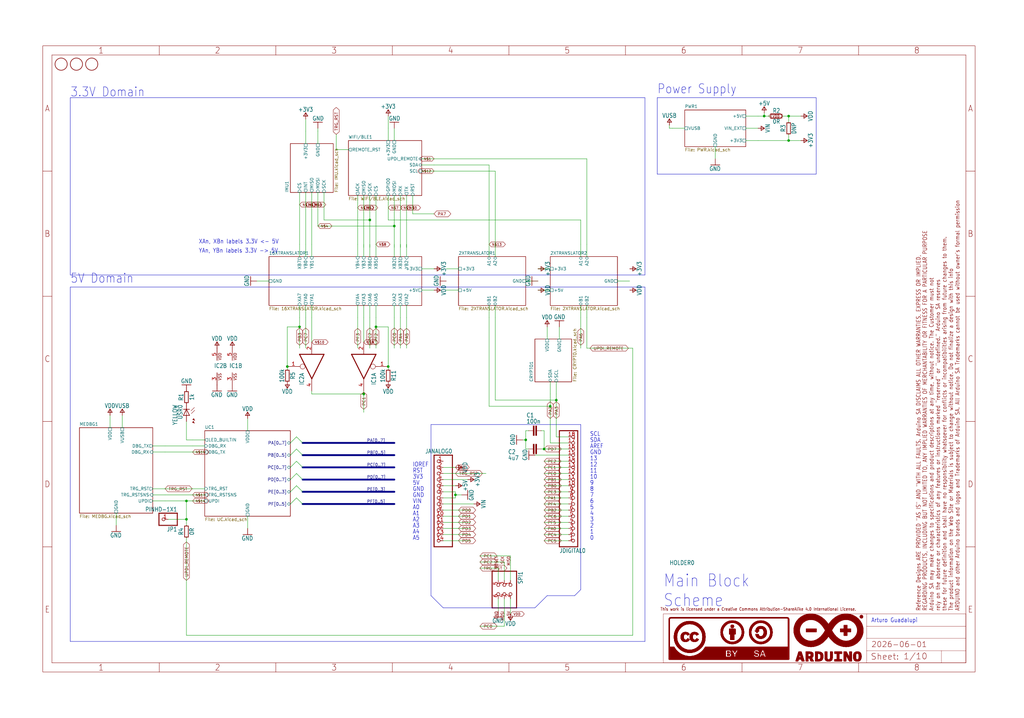
<source format=kicad_sch>
(kicad_sch (version 20250114) (generator "eeschema") (generator_version "9.0")
  (paper "User" 425.45 298.602)
  (lib_symbols
    (symbol "UNOWiFiREV2V4.0-eagle-import:+3V3" (power)
      (symbol "+3V3_1_0"
        (pin power_in line (at 0 -2.54 90) (length 2.54) (name "+3V3") (number "1"))
      )
    )
    (symbol "UNOWiFiREV2V4.0-eagle-import:+5V" (power)
      (symbol "+5V_1_0"
        (pin power_in line (at 0 -2.54 90) (length 2.54) (name "+5V") (number "1"))
      )
    )
    (symbol "UNOWiFiREV2V4.0-eagle-import:A3-FRAME"
      (symbol "A3-FRAME_1_0"
        (text "A" (at 1.905 234.315 0) (effects (font (size 2.54 2.286))))
        (text "B" (at 1.905 182.245 0) (effects (font (size 2.54 2.286))))
        (text "C" (at 1.905 130.175 0) (effects (font (size 2.54 2.286))))
        (text "D" (at 1.905 78.105 0) (effects (font (size 2.54 2.286))))
        (text "E" (at 1.905 26.035 0) (effects (font (size 2.54 2.286))))
        (text "1" (at 24.2094 258.445 0) (effects (font (size 2.54 2.286))))
        (text "1" (at 24.2094 1.905 0) (effects (font (size 2.54 2.286))))
        (text "2" (at 72.6281 258.445 0) (effects (font (size 2.54 2.286))))
        (text "2" (at 72.6281 1.905 0) (effects (font (size 2.54 2.286))))
        (text "3" (at 121.0469 258.445 0) (effects (font (size 2.54 2.286))))
        (text "3" (at 121.0469 1.905 0) (effects (font (size 2.54 2.286))))
        (text "4" (at 169.4656 258.445 0) (effects (font (size 2.54 2.286))))
        (text "4" (at 169.4656 1.905 0) (effects (font (size 2.54 2.286))))
        (text "5" (at 217.8844 258.445 0) (effects (font (size 2.54 2.286))))
        (text "5" (at 217.8844 1.905 0) (effects (font (size 2.54 2.286))))
        (text "This work is licensed under a Creative Commons Attribution-ShareAlike 4.0 International License." (at 256.54 25.4 0) (effects (font (size 1.27 1.0795)) (justify left bottom)))
        (text "6" (at 266.3031 258.445 0) (effects (font (size 2.54 2.286))))
        (text "6" (at 266.3031 1.905 0) (effects (font (size 2.54 2.286))))
        (text "7" (at 314.7219 258.445 0) (effects (font (size 2.54 2.286))))
        (text "7" (at 314.7219 1.905 0) (effects (font (size 2.54 2.286))))
        (text "Sheet:" (at 343.916 4.953 0) (effects (font (size 2.54 2.54)) (justify left bottom)))
        (text "${PROJECTNAME}" (at 344.17 15.24 0) (effects (font (size 2.54 2.54)) (justify left bottom)))
        (text "${CURRENT_DATE}" (at 344.17 10.16 0) (effects (font (size 2.286 2.286)) (justify left bottom)))
        (text "${#}/${##}" (at 357.505 5.08 0) (effects (font (size 2.54 2.54)) (justify left bottom)))
        (text "8" (at 363.1406 258.445 0) (effects (font (size 2.54 2.286))))
        (text "8" (at 363.1406 1.905 0) (effects (font (size 2.54 2.286))))
        (text "Reference Designs ARE PROVIDED \"AS IS\" AND \"WITH ALL FAULTS. Arduino SA DISCLAIMS ALL OTHER WARRANTIES, EXPRESS OR IMPLIED,\nREGARDING PRODUCTS, INCLUDING BUT NOT LIMITED TO, ANY IMPLIED WARRANTIES OF MERCHANTABILITY OR FITNESS FOR A PARTICULAR PURPOSE\nArduino SA may make changes to specifications and product descriptions at any time, without notice. The Customer must not\nrely on the absence or characteristics of any features or instructions marked \"reserved\" or \"undefined.\" Arduino SA reserves\nthese for future definition and shall have no responsibility whatsoever for conflicts or incompatibilities arising from future changes to them.\nThe product information on the Web Site or Materials is subject to change without notice. Do not finalize a design with this info\nARDUINO and other Arduino brands and logos and Trademarks of Arduino SA. All Arduino SA Trademarks cannot be used without owner's formal permission" (at 381 25.4 900) (effects (font (size 1.6764 1.4249)) (justify left bottom)))
        (text "A" (at 385.445 234.315 0) (effects (font (size 2.54 2.286))))
        (text "B" (at 385.445 182.245 0) (effects (font (size 2.54 2.286))))
        (text "C" (at 385.445 130.175 0) (effects (font (size 2.54 2.286))))
        (text "D" (at 385.445 78.105 0) (effects (font (size 2.54 2.286))))
        (text "E" (at 385.445 26.035 0) (effects (font (size 2.54 2.286))))
      )
    )
    (symbol "UNOWiFiREV2V4.0-eagle-import:C-0402"
      (property "Reference" "C" (at 1.524 1.651 0))
      (symbol "C-0402_1_0"
        (pin passive line (at 0 2.54 270) (length 0) (name "1") (number "1"))
        (pin passive line (at 0 -2.54 90) (length 0) (name "2") (number "2"))
      )
    )
    (symbol "UNOWiFiREV2V4.0-eagle-import:FIDUCIAL-2MM")
    (symbol "UNOWiFiREV2V4.0-eagle-import:GND" (power)
      (symbol "GND_1_0"
        (pin power_in line (at 0 2.54 270) (length 2.54) (name "GND") (number "1"))
      )
    )
    (symbol "UNOWiFiREV2V4.0-eagle-import:HOLDER"
      (property "Reference" "HOLDER" (at 0 0 0))
    )
    (symbol "UNOWiFiREV2V4.0-eagle-import:LED-0603"
      (property "Reference" "DL" (at 3.556 -4.572 90))
      (symbol "LED-0603_1_0"
        (pin passive line (at 0 2.54 270) (length 2.54) (name "A") (number "A"))
        (pin passive line (at 0 -5.08 90) (length 2.54) (name "C") (number "C"))
      )
    )
    (symbol "UNOWiFiREV2V4.0-eagle-import:PINHD-1X1"
      (property "Reference" "JP" (at -6.35 3.175 0))
      (symbol "PINHD-1X1_1_0"
        (pin passive inverted (at -2.54 0 0) (length 2.54) (name "1") (number "1"))
      )
    )
    (symbol "UNOWiFiREV2V4.0-eagle-import:PINHD-1X14-CUSTOM"
      (property "Reference" "J" (at -6.35 18.415 0))
      (symbol "PINHD-1X14-CUSTOM_1_0"
        (pin passive inverted (at -2.54 15.24 0) (length 2.54) (name "1") (number "1"))
        (pin passive inverted (at -2.54 12.7 0) (length 2.54) (name "2") (number "2"))
        (pin passive inverted (at -2.54 10.16 0) (length 2.54) (name "3") (number "3"))
        (pin passive inverted (at -2.54 7.62 0) (length 2.54) (name "4") (number "4"))
        (pin passive inverted (at -2.54 5.08 0) (length 2.54) (name "5") (number "5"))
        (pin passive inverted (at -2.54 2.54 0) (length 2.54) (name "6") (number "6"))
        (pin passive inverted (at -2.54 0 0) (length 2.54) (name "7") (number "7"))
        (pin passive inverted (at -2.54 -2.54 0) (length 2.54) (name "8") (number "8"))
        (pin passive inverted (at -2.54 -5.08 0) (length 2.54) (name "9") (number "9"))
        (pin passive inverted (at -2.54 -7.62 0) (length 2.54) (name "10") (number "10"))
        (pin passive inverted (at -2.54 -10.16 0) (length 2.54) (name "11") (number "11"))
        (pin passive inverted (at -2.54 -12.7 0) (length 2.54) (name "12") (number "12"))
        (pin passive inverted (at -2.54 -15.24 0) (length 2.54) (name "13") (number "13"))
        (pin passive inverted (at -2.54 -17.78 0) (length 2.54) (name "14") (number "14"))
      )
    )
    (symbol "UNOWiFiREV2V4.0-eagle-import:PINHD-1X18-CUSTOM"
      (property "Reference" "J" (at -6.35 18.415 0))
      (symbol "PINHD-1X18-CUSTOM_1_0"
        (pin passive inverted (at -2.54 15.24 0) (length 2.54) (name "1") (number "1"))
        (pin passive inverted (at -2.54 12.7 0) (length 2.54) (name "2") (number "2"))
        (pin passive inverted (at -2.54 10.16 0) (length 2.54) (name "3") (number "3"))
        (pin passive inverted (at -2.54 7.62 0) (length 2.54) (name "4") (number "4"))
        (pin passive inverted (at -2.54 5.08 0) (length 2.54) (name "5") (number "5"))
        (pin passive inverted (at -2.54 2.54 0) (length 2.54) (name "6") (number "6"))
        (pin passive inverted (at -2.54 0 0) (length 2.54) (name "7") (number "7"))
        (pin passive inverted (at -2.54 -2.54 0) (length 2.54) (name "8") (number "8"))
        (pin passive inverted (at -2.54 -5.08 0) (length 2.54) (name "9") (number "9"))
        (pin passive inverted (at -2.54 -7.62 0) (length 2.54) (name "10") (number "10"))
        (pin passive inverted (at -2.54 -10.16 0) (length 2.54) (name "11") (number "11"))
        (pin passive inverted (at -2.54 -12.7 0) (length 2.54) (name "12") (number "12"))
        (pin passive inverted (at -2.54 -15.24 0) (length 2.54) (name "13") (number "13"))
        (pin passive inverted (at -2.54 -17.78 0) (length 2.54) (name "14") (number "14"))
        (pin passive inverted (at -2.54 -20.32 0) (length 2.54) (name "15") (number "15"))
        (pin passive inverted (at -2.54 -22.86 0) (length 2.54) (name "16") (number "16"))
        (pin passive inverted (at -2.54 -25.4 0) (length 2.54) (name "17") (number "17"))
        (pin passive inverted (at -2.54 -27.94 0) (length 2.54) (name "18") (number "18"))
      )
    )
    (symbol "UNOWiFiREV2V4.0-eagle-import:PINHD-2X03-ICSPTH"
      (property "Reference" "J" (at -6.35 5.715 0))
      (symbol "PINHD-2X03-ICSPTH_1_0"
        (text "MISO" (at -12.7 2.54 0) (effects (font (size 1.27 1.0795)) (justify left bottom)))
        (text "SCK" (at -12.7 0 0) (effects (font (size 1.27 1.0795)) (justify left bottom)))
        (text "RESET" (at -12.7 -2.54 0) (effects (font (size 1.27 1.0795)) (justify left bottom)))
        (text "+5V" (at 10.16 2.54 0) (effects (font (size 1.27 1.0795)) (justify left bottom)))
        (text "MOSI" (at 10.16 0 0) (effects (font (size 1.27 1.0795)) (justify left bottom)))
        (text "GND" (at 10.16 -2.54 0) (effects (font (size 1.27 1.0795)) (justify left bottom)))
        (pin passive inverted (at -2.54 2.54 0) (length 2.54) (name "1") (number "1"))
        (pin passive inverted (at -2.54 0 0) (length 2.54) (name "3") (number "3"))
        (pin passive inverted (at -2.54 -2.54 0) (length 2.54) (name "5") (number "5"))
        (pin passive inverted (at 5.08 2.54 180) (length 2.54) (name "2") (number "2"))
        (pin passive inverted (at 5.08 0 180) (length 2.54) (name "4") (number "4"))
        (pin passive inverted (at 5.08 -2.54 180) (length 2.54) (name "6") (number "6"))
      )
    )
    (symbol "UNOWiFiREV2V4.0-eagle-import:R-0402"
      (property "Reference" "R" (at 0 1.27 0))
      (symbol "R-0402_1_0"
        (pin passive line (at -2.54 0 0) (length 0) (name "1") (number "1"))
        (pin passive line (at 2.54 0 180) (length 0) (name "2") (number "2"))
      )
    )
    (symbol "UNOWiFiREV2V4.0-eagle-import:R-0603"
      (property "Reference" "R" (at 0 1.27 0))
      (symbol "R-0603_1_0"
        (pin passive line (at -2.54 0 0) (length 0) (name "1") (number "1"))
        (pin passive line (at 2.54 0 180) (length 0) (name "2") (number "2"))
      )
    )
    (symbol "UNOWiFiREV2V4.0-eagle-import:SN74LVC1G125DCKR"
      (property "Reference" "IC" (at -1.27 -0.635 0))
      (symbol "SN74LVC1G125DCKR_1_0"
        (pin input line (at -10.16 0 0) (length 5.08) (name "I") (number "2"))
        (pin input line (at 0 10.16 270) (length 5.08) (name "OE") (number "1"))
        (pin tri_state line (at 10.16 0 180) (length 5.08) (name "O") (number "4"))
      )
      (symbol "SN74LVC1G125DCKR_2_0"
        (text "VDD" (at 1.905 2.54 900) (effects (font (size 1.27 1.0795)) (justify left bottom)))
        (text "VSS" (at 1.905 -5.842 900) (effects (font (size 1.27 1.0795)) (justify left bottom)))
        (pin power_in line (at 0 7.62 270) (length 5.08) (name "VDD") (number "5"))
        (pin power_in line (at 0 -7.62 90) (length 5.08) (name "VSS") (number "3"))
      )
    )
    (symbol "UNOWiFiREV2V4.0-eagle-import:VDD" (power)
      (symbol "VDD_1_0"
        (pin power_in line (at 0 -2.54 90) (length 2.54) (name "+1V") (number "1"))
      )
    )
    (symbol "UNOWiFiREV2V4.0-eagle-import:VIN" (power)
      (symbol "VIN_1_0"
        (pin power_in line (at 0 -2.54 90) (length 2.54) (name "VIN") (number "1"))
      )
    )
    (symbol "UNOWiFiREV2V4.0-eagle-import:VUSB" (power)
      (symbol "VUSB_1_0"
        (pin power_in line (at 0 -2.54 90) (length 2.54) (name "VUSB") (number "1"))
      )
    )
  )
  (text "A0" (at 171.45 212.09 0) (effects (font (size 1.778 1.5113)) (justify left bottom)))
  (text "11" (at 245.11 196.85 0) (effects (font (size 1.778 1.5113)) (justify left bottom)))
  (text "A4" (at 171.45 222.25 0) (effects (font (size 1.778 1.5113)) (justify left bottom)))
  (text "3.3V Domain" (at 29.21 40.64 0) (effects (font (size 3.81 3.2385)) (justify left bottom)))
  (text "A2" (at 171.45 217.17 0) (effects (font (size 1.778 1.5113)) (justify left bottom)))
  (text "10" (at 245.11 199.39 0) (effects (font (size 1.778 1.5113)) (justify left bottom)))
  (text "VIN" (at 171.45 209.55 0) (effects (font (size 1.778 1.5113)) (justify left bottom)))
  (text "3" (at 245.11 217.17 0) (effects (font (size 1.778 1.5113)) (justify left bottom)))
  (text "A5" (at 171.45 224.79 0) (effects (font (size 1.778 1.5113)) (justify left bottom)))
  (text "A1" (at 171.45 214.63 0) (effects (font (size 1.778 1.5113)) (justify left bottom)))
  (text "7" (at 245.11 207.01 0) (effects (font (size 1.778 1.5113)) (justify left bottom)))
  (text "9" (at 245.11 201.93 0) (effects (font (size 1.778 1.5113)) (justify left bottom)))
  (text "A3" (at 171.45 219.71 0) (effects (font (size 1.778 1.5113)) (justify left bottom)))
  (text "IOREF" (at 171.45 194.31 0) (effects (font (size 1.778 1.5113)) (justify left bottom)))
  (text "SDA" (at 245.11 184.15 0) (effects (font (size 1.778 1.5113)) (justify left bottom)))
  (text "RST" (at 171.45 196.85 0) (effects (font (size 1.778 1.5113)) (justify left bottom)))
  (text "1" (at 245.11 222.25 0) (effects (font (size 1.778 1.5113)) (justify left bottom)))
  (text "GND" (at 171.45 207.01 0) (effects (font (size 1.778 1.5113)) (justify left bottom)))
  (text "Arturo Guadalupi" (at 361.95 259.08 0) (effects (font (size 1.778 1.5113)) (justify left bottom)))
  (text "5V Domain" (at 29.21 118.11 0) (effects (font (size 3.81 3.2385)) (justify left bottom)))
  (text "0" (at 245.11 224.79 0) (effects (font (size 1.778 1.5113)) (justify left bottom)))
  (text "XAn, XBn labels 3.3V <- 5V" (at 82.55 101.6 0) (effects (font (size 1.778 1.5113)) (justify left bottom)))
  (text "AREF" (at 245.11 186.69 0) (effects (font (size 1.778 1.5113)) (justify left bottom)))
  (text "~" (at 242.57 217.17 0) (effects (font (size 1.778 1.5113)) (justify left bottom)))
  (text "2" (at 245.11 219.71 0) (effects (font (size 1.778 1.5113)) (justify left bottom)))
  (text "4" (at 245.11 214.63 0) (effects (font (size 1.778 1.5113)) (justify left bottom)))
  (text "8" (at 245.11 204.47 0) (effects (font (size 1.778 1.5113)) (justify left bottom)))
  (text "3V3" (at 171.45 199.39 0) (effects (font (size 1.778 1.5113)) (justify left bottom)))
  (text "6" (at 245.11 209.55 0) (effects (font (size 1.778 1.5113)) (justify left bottom)))
  (text "5" (at 245.11 212.09 0) (effects (font (size 1.778 1.5113)) (justify left bottom)))
  (text "GND" (at 171.45 204.47 0) (effects (font (size 1.778 1.5113)) (justify left bottom)))
  (text "13" (at 245.11 191.77 0) (effects (font (size 1.778 1.5113)) (justify left bottom)))
  (text "YAn, YBn labels 3.3V -> 5V" (at 82.55 105.41 0) (effects (font (size 1.778 1.5113)) (justify left bottom)))
  (text "~" (at 242.57 209.55 0) (effects (font (size 1.778 1.5113)) (justify left bottom)))
  (text "12" (at 245.11 194.31 0) (effects (font (size 1.778 1.5113)) (justify left bottom)))
  (text "~" (at 242.57 212.09 0) (effects (font (size 1.778 1.5113)) (justify left bottom)))
  (text "5V" (at 171.45 201.93 0) (effects (font (size 1.778 1.5113)) (justify left bottom)))
  (text "SCL" (at 245.11 181.61 0) (effects (font (size 1.778 1.5113)) (justify left bottom)))
  (text "Power Supply" (at 273.05 39.37 0) (effects (font (size 3.81 3.2385)) (justify left bottom)))
  (text "Main Block\nScheme" (at 275.59 252.73 0) (effects (font (size 5.08 4.318)) (justify left bottom)))
  (text "~" (at 242.57 199.39 0) (effects (font (size 1.778 1.5113)) (justify left bottom)))
  (text "GND" (at 245.11 189.23 0) (effects (font (size 1.778 1.5113)) (justify left bottom)))
  (text "~" (at 242.57 201.93 0) (effects (font (size 1.778 1.5113)) (justify left bottom)))
  (junction (at 153.67 91.44))
  (junction (at 151.13 163.83))
  (junction (at 77.47 208.28))
  (junction (at 327.66 48.26))
  (junction (at 189.23 205.74))
  (junction (at 226.06 186.69))
  (junction (at 163.83 93.98))
  (junction (at 327.66 58.42))
  (junction (at 228.6 168.91))
  (junction (at 124.46 135.89))
  (junction (at 77.47 215.9))
  (junction (at 231.14 166.37))
  (junction (at 218.44 182.88))
  (junction (at 161.29 152.4))
  (junction (at 156.21 135.89))
  (junction (at 119.38 152.4))
  (junction (at 317.5 48.26))
  (bus_entry (at 123.19 186.69) (size 2.54 2.54))
  (bus_entry (at 123.19 181.61) (size 2.54 2.54))
  (bus_entry (at 123.19 196.85) (size 2.54 2.54))
  (bus_entry (at 123.19 207.01) (size 2.54 2.54))
  (bus_entry (at 123.19 191.77) (size 2.54 2.54))
  (bus_entry (at 123.19 201.93) (size 2.54 2.54))
  (polyline (pts (xy 29.21 114.3) (xy 29.21 40.64)) (stroke (width 0.1524) (type solid)))
  (wire (pts (xy 129.54 127) (xy 129.54 132.08)))
  (wire (pts (xy 320.04 48.26) (xy 317.5 48.26)) (stroke (width 0.1524)))
  (wire (pts (xy 85.09 205.74) (xy 80.01 205.74)))
  (wire (pts (xy 132.08 93.98) (xy 163.83 93.98)) (stroke (width 0.1524)))
  (wire (pts (xy 124.46 80.01) (xy 124.46 85.09)))
  (wire (pts (xy 199.39 233.68) (xy 209.55 233.68)) (stroke (width 0.1524)))
  (wire (pts (xy 132.08 93.98) (xy 132.08 85.09)) (stroke (width 0.1524)))
  (wire (pts (xy 236.22 207.01) (xy 226.06 207.01)) (stroke (width 0.1524)))
  (wire (pts (xy 194.31 199.39) (xy 184.15 199.39)) (stroke (width 0.1524)))
  (wire (pts (xy 148.59 106.68) (xy 148.59 101.6)))
  (wire (pts (xy 156.21 127) (xy 156.21 132.08)))
  (wire (pts (xy 153.67 91.44) (xy 153.67 102.87)) (stroke (width 0.1524)))
  (wire (pts (xy 80.01 208.28) (xy 77.47 208.28)) (stroke (width 0.1524)))
  (wire (pts (xy 191.77 205.74) (xy 189.23 205.74)) (stroke (width 0.1524)))
  (wire (pts (xy 132.08 53.34) (xy 132.08 54.61)) (stroke (width 0.1524)))
  (wire (pts (xy 327.66 58.42) (xy 332.74 58.42)) (stroke (width 0.1524)))
  (wire (pts (xy 119.38 135.89) (xy 119.38 152.4)) (stroke (width 0.1524)))
  (wire (pts (xy 236.22 196.85) (xy 226.06 196.85)) (stroke (width 0.1524)))
  (wire (pts (xy 163.83 106.68) (xy 163.83 101.6)))
  (wire (pts (xy 219.71 179.07) (xy 218.44 179.07)) (stroke (width 0.1524)))
  (wire (pts (xy 175.26 68.58) (xy 180.34 68.58)))
  (polyline (pts (xy 238.76 247.65) (xy 241.3 245.11)) (stroke (width 0.1524) (type solid)))
  (wire (pts (xy 85.09 203.2) (xy 80.01 203.2)))
  (wire (pts (xy 195.58 217.17) (xy 184.15 217.17)) (stroke (width 0.1524)))
  (wire (pts (xy 161.29 86.36) (xy 161.29 91.44)) (stroke (width 0.1524)))
  (wire (pts (xy 256.54 116.84) (xy 261.62 116.84)))
  (wire (pts (xy 85.09 208.28) (xy 80.01 208.28)))
  (wire (pts (xy 243.84 66.04) (xy 243.84 101.6)) (stroke (width 0.1524)))
  (wire (pts (xy 218.44 186.69) (xy 218.44 182.88)) (stroke (width 0.1524)))
  (wire (pts (xy 156.21 106.68) (xy 156.21 101.6)))
  (wire (pts (xy 153.67 127) (xy 153.67 132.08)))
  (wire (pts (xy 156.21 81.28) (xy 156.21 86.36)))
  (wire (pts (xy 262.89 264.16) (xy 77.47 264.16)) (stroke (width 0.1524)))
  (wire (pts (xy 309.88 53.34) (xy 314.96 53.34)))
  (polyline (pts (xy 184.15 252.73) (xy 222.25 252.73)) (stroke (width 0.1524) (type solid)))
  (polyline (pts (xy 267.97 266.7) (xy 267.97 119.38)) (stroke (width 0.1524) (type solid)))
  (wire (pts (xy 203.2 127) (xy 203.2 132.08)))
  (wire (pts (xy 228.6 158.75) (xy 228.6 163.83)))
  (wire (pts (xy 314.96 58.42) (xy 327.66 58.42)) (stroke (width 0.1524)))
  (wire (pts (xy 120.65 199.39) (xy 123.19 196.85)))
  (wire (pts (xy 77.47 264.16) (xy 77.47 223.52)) (stroke (width 0.1524)))
  (bus (pts (xy 125.73 204.47) (xy 163.83 204.47)) (stroke (width 0.762)))
  (wire (pts (xy 228.6 168.91) (xy 228.6 184.15)) (stroke (width 0.1524)))
  (wire (pts (xy 161.29 152.4) (xy 161.29 153.67)) (stroke (width 0.1524)))
  (wire (pts (xy 203.2 106.68) (xy 203.2 101.6)))
  (wire (pts (xy 236.22 186.69) (xy 226.06 186.69)) (stroke (width 0.1524)))
  (wire (pts (xy 168.91 127) (xy 168.91 132.08)))
  (wire (pts (xy 218.44 182.88) (xy 218.44 179.07)) (stroke (width 0.1524)))
  (polyline (pts (xy 29.21 266.7) (xy 267.97 266.7)) (stroke (width 0.1524) (type solid)))
  (wire (pts (xy 228.6 184.15) (xy 236.22 184.15)) (stroke (width 0.1524)))
  (wire (pts (xy 236.22 191.77) (xy 226.06 191.77)) (stroke (width 0.1524)))
  (wire (pts (xy 327.66 48.26) (xy 332.74 48.26)) (stroke (width 0.1524)))
  (wire (pts (xy 63.5 185.42) (xy 68.58 185.42)))
  (wire (pts (xy 156.21 132.08) (xy 156.21 135.89)) (stroke (width 0.1524)))
  (wire (pts (xy 236.22 194.31) (xy 226.06 194.31)) (stroke (width 0.1524)))
  (wire (pts (xy 139.7 62.23) (xy 139.7 55.88)) (stroke (width 0.1524)))
  (wire (pts (xy 77.47 215.9) (xy 77.47 208.28)) (stroke (width 0.1524)))
  (wire (pts (xy 132.08 59.69) (xy 132.08 54.61)))
  (wire (pts (xy 184.15 204.47) (xy 189.23 204.47)) (stroke (width 0.1524)))
  (polyline (pts (xy 241.3 176.53) (xy 179.07 176.53)) (stroke (width 0.1524) (type solid)))
  (wire (pts (xy 129.54 163.83) (xy 129.54 162.56)) (stroke (width 0.1524)))
  (wire (pts (xy 124.46 127) (xy 124.46 132.08)))
  (wire (pts (xy 199.39 231.14) (xy 212.09 231.14)) (stroke (width 0.1524)))
  (wire (pts (xy 119.38 152.4) (xy 119.38 153.67)) (stroke (width 0.1524)))
  (wire (pts (xy 325.12 48.26) (xy 327.66 48.26)) (stroke (width 0.1524)))
  (wire (pts (xy 120.65 189.23) (xy 123.19 186.69)))
  (wire (pts (xy 127 59.69) (xy 127 54.61)))
  (wire (pts (xy 207.01 236.22) (xy 199.39 236.22)) (stroke (width 0.1524)))
  (polyline (pts (xy 267.97 114.3) (xy 29.21 114.3)) (stroke (width 0.1524) (type solid)))
  (wire (pts (xy 189.23 207.01) (xy 184.15 207.01)) (stroke (width 0.1524)))
  (wire (pts (xy 241.3 132.08) (xy 241.3 144.78)) (stroke (width 0.1524)))
  (wire (pts (xy 327.66 55.88) (xy 327.66 58.42)) (stroke (width 0.1524)))
  (wire (pts (xy 153.67 81.28) (xy 153.67 86.36)))
  (wire (pts (xy 195.58 222.25) (xy 184.15 222.25)) (stroke (width 0.1524)))
  (wire (pts (xy 50.8 177.8) (xy 50.8 172.72)))
  (wire (pts (xy 180.34 71.12) (xy 205.74 71.12)) (stroke (width 0.1524)))
  (wire (pts (xy 111.76 116.84) (xy 106.68 116.84)))
  (wire (pts (xy 171.45 88.9) (xy 180.34 88.9)) (stroke (width 0.1524)))
  (polyline (pts (xy 29.21 119.38) (xy 29.21 266.7)) (stroke (width 0.1524) (type solid)))
  (polyline (pts (xy 179.07 247.65) (xy 184.15 252.73)) (stroke (width 0.1524) (type solid)))
  (wire (pts (xy 168.91 132.08) (xy 168.91 144.78)) (stroke (width 0.1524)))
  (wire (pts (xy 124.46 106.68) (xy 124.46 101.6)))
  (wire (pts (xy 161.29 48.26) (xy 161.29 53.34)) (stroke (width 0.1524)))
  (bus (pts (xy 125.73 184.15) (xy 163.83 184.15)) (stroke (width 0.762)))
  (wire (pts (xy 243.84 144.78) (xy 262.89 144.78)) (stroke (width 0.1524)))
  (wire (pts (xy 161.29 135.89) (xy 161.29 152.4)) (stroke (width 0.1524)))
  (wire (pts (xy 205.74 106.68) (xy 205.74 101.6)))
  (wire (pts (xy 209.55 233.68) (xy 209.55 241.3)) (stroke (width 0.1524)))
  (wire (pts (xy 120.65 184.15) (xy 123.19 181.61)))
  (wire (pts (xy 236.22 224.79) (xy 226.06 224.79)) (stroke (width 0.1524)))
  (wire (pts (xy 166.37 86.36) (xy 166.37 102.87)) (stroke (width 0.1524)))
  (wire (pts (xy 212.09 255.27) (xy 212.09 248.92)) (stroke (width 0.1524)))
  (wire (pts (xy 166.37 81.28) (xy 166.37 86.36)))
  (wire (pts (xy 163.83 58.42) (xy 163.83 53.34)))
  (wire (pts (xy 209.55 260.35) (xy 199.39 260.35)) (stroke (width 0.1524)))
  (bus (pts (xy 125.73 199.39) (xy 163.83 199.39)) (stroke (width 0.762)))
  (wire (pts (xy 151.13 142.24) (xy 151.13 132.08)) (stroke (width 0.1524)))
  (wire (pts (xy 227.33 140.97) (xy 227.33 135.89)))
  (wire (pts (xy 228.6 120.65) (xy 223.52 120.65)))
  (wire (pts (xy 189.23 204.47) (xy 189.23 205.74)) (stroke (width 0.1524)))
  (wire (pts (xy 144.78 62.23) (xy 139.7 62.23)))
  (wire (pts (xy 151.13 86.36) (xy 151.13 102.87)) (stroke (width 0.1524)))
  (wire (pts (xy 279.4 53.34) (xy 278.13 53.34)) (stroke (width 0.1524)))
  (wire (pts (xy 45.72 177.8) (xy 45.72 172.72)))
  (polyline (pts (xy 273.05 40.64) (xy 273.05 72.39)) (stroke (width 0.1524) (type solid)))
  (wire (pts (xy 163.83 81.28) (xy 163.83 86.36)))
  (wire (pts (xy 317.5 48.26) (xy 314.96 48.26)) (stroke (width 0.1524)))
  (wire (pts (xy 166.37 106.68) (xy 166.37 101.6)))
  (wire (pts (xy 189.23 201.93) (xy 184.15 201.93)) (stroke (width 0.1524)))
  (wire (pts (xy 231.14 166.37) (xy 231.14 163.83)) (stroke (width 0.1524)))
  (wire (pts (xy 163.83 93.98) (xy 163.83 102.87)) (stroke (width 0.1524)))
  (wire (pts (xy 166.37 127) (xy 166.37 132.08)))
  (wire (pts (xy 309.88 48.26) (xy 314.96 48.26)))
  (wire (pts (xy 148.59 132.08) (xy 148.59 144.78)) (stroke (width 0.1524)))
  (wire (pts (xy 180.34 66.04) (xy 243.84 66.04)) (stroke (width 0.1524)))
  (wire (pts (xy 195.58 214.63) (xy 184.15 214.63)) (stroke (width 0.1524)))
  (wire (pts (xy 196.85 209.55) (xy 184.15 209.55)) (stroke (width 0.1524)))
  (wire (pts (xy 218.44 182.88) (xy 217.17 182.88)) (stroke (width 0.1524)))
  (wire (pts (xy 80.01 182.88) (xy 77.47 182.88)) (stroke (width 0.1524)))
  (wire (pts (xy 161.29 81.28) (xy 161.29 86.36)))
  (wire (pts (xy 77.47 218.44) (xy 77.47 215.9)) (stroke (width 0.1524)))
  (wire (pts (xy 203.2 132.08) (xy 203.2 168.91)) (stroke (width 0.1524)))
  (wire (pts (xy 166.37 132.08) (xy 166.37 144.78)) (stroke (width 0.1524)))
  (polyline (pts (xy 29.21 40.64) (xy 267.97 40.64)) (stroke (width 0.1524) (type solid)))
  (wire (pts (xy 129.54 163.83) (xy 151.13 163.83)) (stroke (width 0.1524)))
  (polyline (pts (xy 179.07 176.53) (xy 179.07 247.65)) (stroke (width 0.1524) (type solid)))
  (bus (pts (xy 125.73 189.23) (xy 163.83 189.23)) (stroke (width 0.762)))
  (wire (pts (xy 129.54 80.01) (xy 129.54 85.09)))
  (wire (pts (xy 161.29 58.42) (xy 161.29 53.34)))
  (wire (pts (xy 151.13 81.28) (xy 151.13 86.36)))
  (bus (pts (xy 125.73 194.31) (xy 163.83 194.31)) (stroke (width 0.762)))
  (wire (pts (xy 124.46 132.08) (xy 124.46 135.89)) (stroke (width 0.1524)))
  (polyline (pts (xy 339.09 40.64) (xy 273.05 40.64)) (stroke (width 0.1524) (type solid)))
  (wire (pts (xy 163.83 86.36) (xy 163.83 93.98)) (stroke (width 0.1524)))
  (wire (pts (xy 205.74 132.08) (xy 205.74 166.37)) (stroke (width 0.1524)))
  (wire (pts (xy 236.22 204.47) (xy 226.06 204.47)) (stroke (width 0.1524)))
  (wire (pts (xy 184.15 196.85) (xy 201.93 196.85)) (stroke (width 0.1524)))
  (wire (pts (xy 190.5 111.76) (xy 185.42 111.76)))
  (wire (pts (xy 127 127) (xy 127 132.08)))
  (wire (pts (xy 205.74 127) (xy 205.74 132.08)))
  (wire (pts (xy 77.47 208.28) (xy 68.58 208.28)) (stroke (width 0.1524)))
  (wire (pts (xy 134.62 85.09) (xy 134.62 91.44)) (stroke (width 0.1524)))
  (wire (pts (xy 120.65 204.47) (xy 123.19 201.93)))
  (wire (pts (xy 241.3 106.68) (xy 241.3 101.6)))
  (wire (pts (xy 151.13 127) (xy 151.13 132.08)))
  (wire (pts (xy 175.26 120.65) (xy 180.34 120.65)))
  (wire (pts (xy 151.13 163.83) (xy 151.13 171.45)) (stroke (width 0.1524)))
  (wire (pts (xy 241.3 91.44) (xy 161.29 91.44)) (stroke (width 0.1524)))
  (wire (pts (xy 129.54 85.09) (xy 129.54 101.6)) (stroke (width 0.1524)))
  (wire (pts (xy 236.22 212.09) (xy 226.06 212.09)) (stroke (width 0.1524)))
  (wire (pts (xy 129.54 106.68) (xy 129.54 101.6)))
  (wire (pts (xy 80.01 187.96) (xy 68.58 187.96)) (stroke (width 0.1524)))
  (wire (pts (xy 168.91 86.36) (xy 168.91 102.87)) (stroke (width 0.1524)))
  (wire (pts (xy 151.13 163.83) (xy 151.13 162.56)) (stroke (width 0.1524)))
  (wire (pts (xy 241.3 127) (xy 241.3 132.08)))
  (wire (pts (xy 195.58 212.09) (xy 184.15 212.09)) (stroke (width 0.1524)))
  (wire (pts (xy 63.5 187.96) (xy 68.58 187.96)))
  (wire (pts (xy 127 106.68) (xy 127 101.6)))
  (wire (pts (xy 236.22 201.93) (xy 226.06 201.93)) (stroke (width 0.1524)))
  (wire (pts (xy 171.45 86.36) (xy 171.45 88.9)) (stroke (width 0.1524)))
  (wire (pts (xy 156.21 101.6) (xy 156.21 86.36)) (stroke (width 0.1524)))
  (wire (pts (xy 69.85 215.9) (xy 77.47 215.9)) (stroke (width 0.1524)))
  (wire (pts (xy 297.18 60.96) (xy 297.18 66.04)))
  (wire (pts (xy 68.58 185.42) (xy 80.01 185.42)) (stroke (width 0.1524)))
  (wire (pts (xy 171.45 81.28) (xy 171.45 86.36)))
  (wire (pts (xy 127 49.53) (xy 127 54.61)) (stroke (width 0.1524)))
  (wire (pts (xy 68.58 203.2) (xy 80.01 203.2)) (stroke (width 0.1524)))
  (polyline (pts (xy 241.3 245.11) (xy 241.3 176.53)) (stroke (width 0.1524) (type solid)))
  (wire (pts (xy 218.44 116.84) (xy 223.52 116.84)))
  (wire (pts (xy 232.41 140.97) (xy 232.41 135.89)))
  (wire (pts (xy 236.22 209.55) (xy 226.06 209.55)) (stroke (width 0.1524)))
  (wire (pts (xy 80.01 205.74) (xy 68.58 205.74)) (stroke (width 0.1524)))
  (wire (pts (xy 226.06 186.69) (xy 226.06 179.07)) (stroke (width 0.1524)))
  (wire (pts (xy 236.22 199.39) (xy 226.06 199.39)) (stroke (width 0.1524)))
  (wire (pts (xy 63.5 203.2) (xy 68.58 203.2)))
  (wire (pts (xy 148.59 81.28) (xy 148.59 86.36)))
  (wire (pts (xy 205.74 166.37) (xy 231.14 166.37)) (stroke (width 0.1524)))
  (wire (pts (xy 134.62 91.44) (xy 153.67 91.44)) (stroke (width 0.1524)))
  (wire (pts (xy 243.84 127) (xy 243.84 132.08)))
  (wire (pts (xy 168.91 81.28) (xy 168.91 86.36)))
  (wire (pts (xy 120.65 194.31) (xy 123.19 191.77)))
  (polyline (pts (xy 267.97 40.64) (xy 267.97 114.3)) (stroke (width 0.1524) (type solid)))
  (wire (pts (xy 195.58 224.79) (xy 184.15 224.79)) (stroke (width 0.1524)))
  (wire (pts (xy 153.67 132.08) (xy 153.67 144.78)) (stroke (width 0.1524)))
  (wire (pts (xy 203.2 101.6) (xy 203.2 68.58)) (stroke (width 0.1524)))
  (wire (pts (xy 129.54 142.24) (xy 129.54 132.08)) (stroke (width 0.1524)))
  (wire (pts (xy 124.46 135.89) (xy 119.38 135.89)) (stroke (width 0.1524)))
  (wire (pts (xy 195.58 219.71) (xy 184.15 219.71)) (stroke (width 0.1524)))
  (polyline (pts (xy 222.25 252.73) (xy 227.33 247.65)) (stroke (width 0.1524) (type solid)))
  (wire (pts (xy 156.21 135.89) (xy 156.21 144.78)) (stroke (width 0.1524)))
  (wire (pts (xy 85.09 182.88) (xy 80.01 182.88)))
  (wire (pts (xy 228.6 168.91) (xy 203.2 168.91)) (stroke (width 0.1524)))
  (wire (pts (xy 317.5 46.99) (xy 317.5 48.26)) (stroke (width 0.1524)))
  (wire (pts (xy 120.65 209.55) (xy 123.19 207.01)))
  (wire (pts (xy 236.22 222.25) (xy 226.06 222.25)) (stroke (width 0.1524)))
  (wire (pts (xy 189.23 205.74) (xy 189.23 207.01)) (stroke (width 0.1524)))
  (wire (pts (xy 48.26 213.36) (xy 48.26 218.44)))
  (wire (pts (xy 127 85.09) (xy 127 101.6)) (stroke (width 0.1524)))
  (wire (pts (xy 209.55 248.92) (xy 209.55 260.35)) (stroke (width 0.1524)))
  (wire (pts (xy 148.59 86.36) (xy 148.59 101.6)) (stroke (width 0.1524)))
  (wire (pts (xy 189.23 194.31) (xy 184.15 194.31)) (stroke (width 0.1524)))
  (wire (pts (xy 226.06 179.07) (xy 224.79 179.07)) (stroke (width 0.1524)))
  (wire (pts (xy 153.67 106.68) (xy 153.67 101.6)))
  (wire (pts (xy 132.08 80.01) (xy 132.08 85.09)))
  (wire (pts (xy 163.83 132.08) (xy 163.83 144.78)) (stroke (width 0.1524)))
  (wire (pts (xy 124.46 135.89) (xy 124.46 144.78)) (stroke (width 0.1524)))
  (wire (pts (xy 175.26 111.76) (xy 180.34 111.76)))
  (wire (pts (xy 212.09 231.14) (xy 212.09 241.3)) (stroke (width 0.1524)))
  (wire (pts (xy 127 132.08) (xy 127 144.78)) (stroke (width 0.1524)))
  (wire (pts (xy 284.48 53.34) (xy 279.4 53.34)))
  (wire (pts (xy 175.26 71.12) (xy 180.34 71.12)))
  (wire (pts (xy 163.83 127) (xy 163.83 132.08)))
  (polyline (pts (xy 267.97 119.38) (xy 29.21 119.38)) (stroke (width 0.1524) (type solid)))
  (wire (pts (xy 243.84 132.08) (xy 243.84 144.78)) (stroke (width 0.1524)))
  (wire (pts (xy 153.67 86.36) (xy 153.67 91.44)) (stroke (width 0.1524)))
  (wire (pts (xy 151.13 106.68) (xy 151.13 101.6)))
  (wire (pts (xy 226.06 186.69) (xy 224.79 186.69)) (stroke (width 0.1524)))
  (wire (pts (xy 236.22 219.71) (xy 226.06 219.71)) (stroke (width 0.1524)))
  (wire (pts (xy 228.6 163.83) (xy 228.6 168.91)) (stroke (width 0.1524)))
  (wire (pts (xy 231.14 181.61) (xy 231.14 166.37)) (stroke (width 0.1524)))
  (wire (pts (xy 241.3 101.6) (xy 241.3 91.44)) (stroke (width 0.1524)))
  (wire (pts (xy 175.26 66.04) (xy 180.34 66.04)))
  (wire (pts (xy 102.87 179.07) (xy 102.87 173.99)))
  (polyline (pts (xy 339.09 72.39) (xy 339.09 40.64)) (stroke (width 0.1524) (type solid)))
  (polyline (pts (xy 227.33 247.65) (xy 238.76 247.65)) (stroke (width 0.1524) (type solid)))
  (wire (pts (xy 236.22 214.63) (xy 226.06 214.63)) (stroke (width 0.1524)))
  (polyline (pts (xy 273.05 72.39) (xy 339.09 72.39)) (stroke (width 0.1524) (type solid)))
  (wire (pts (xy 219.71 186.69) (xy 218.44 186.69)) (stroke (width 0.1524)))
  (wire (pts (xy 228.6 111.76) (xy 223.52 111.76)))
  (wire (pts (xy 63.5 208.28) (xy 68.58 208.28)))
  (wire (pts (xy 127 80.01) (xy 127 85.09)))
  (wire (pts (xy 278.13 53.34) (xy 278.13 52.07)) (stroke (width 0.1524)))
  (wire (pts (xy 231.14 158.75) (xy 231.14 163.83)))
  (wire (pts (xy 222.25 189.23) (xy 236.22 189.23)) (stroke (width 0.1524)))
  (wire (pts (xy 327.66 50.8) (xy 327.66 48.26)) (stroke (width 0.1524)))
  (wire (pts (xy 85.09 187.96) (xy 80.01 187.96)))
  (bus (pts (xy 125.73 209.55) (xy 163.83 209.55)) (stroke (width 0.762)))
  (wire (pts (xy 168.91 106.68) (xy 168.91 101.6)))
  (wire (pts (xy 236.22 217.17) (xy 226.06 217.17)) (stroke (width 0.1524)))
  (wire (pts (xy 124.46 85.09) (xy 124.46 101.6)) (stroke (width 0.1524)))
  (wire (pts (xy 102.87 214.63) (xy 102.87 219.71)))
  (wire (pts (xy 236.22 181.61) (xy 231.14 181.61)) (stroke (width 0.1524)))
  (wire (pts (xy 207.01 254) (xy 207.01 248.92)) (stroke (width 0.1524)))
  (wire (pts (xy 156.21 135.89) (xy 161.29 135.89)) (stroke (width 0.1524)))
  (wire (pts (xy 85.09 185.42) (xy 80.01 185.42)))
  (wire (pts (xy 190.5 120.65) (xy 185.42 120.65)))
  (wire (pts (xy 207.01 241.3) (xy 207.01 236.22)) (stroke (width 0.1524)))
  (wire (pts (xy 77.47 182.88) (xy 77.47 175.26)) (stroke (width 0.1524)))
  (wire (pts (xy 262.89 144.78) (xy 262.89 264.16)) (stroke (width 0.1524)))
  (wire (pts (xy 203.2 68.58) (xy 180.34 68.58)) (stroke (width 0.1524)))
  (wire (pts (xy 205.74 71.12) (xy 205.74 102.87)) (stroke (width 0.1524)))
  (wire (pts (xy 148.59 127) (xy 148.59 132.08)))
  (wire (pts (xy 134.62 80.01) (xy 134.62 85.09)))
  (wire (pts (xy 309.88 58.42) (xy 314.96 58.42)))
  (wire (pts (xy 63.5 205.74) (xy 68.58 205.74)))
  (wire (pts (xy 243.84 106.68) (xy 243.84 101.6)))
  (label "PF[0..5]" (at 152.4 209.55 0) (effects (font (size 1.2446 1.2446))))
  (label "PC[0..7]" (at 152.4 194.31 0) (effects (font (size 1.2446 1.2446))))
  (label "PD[0..7]" (at 152.4 199.39 0) (effects (font (size 1.2446 1.2446))))
  (label "PE[0..3]" (at 152.4 204.47 0) (effects (font (size 1.2446 1.2446))))
  (label "PA[0..7]" (at 152.4 184.15 0) (effects (font (size 1.2446 1.2446))))
  (label "PB[0..5]" (at 152.4 189.23 0) (effects (font (size 1.2446 1.2446))))
  (global_label "PA3" (shape bidirectional) (at 231.14 173.99 90) (effects (font (size 1.2446 1.2446))) (property "Intersheetrefs" "${INTERSHEET_REFS}" (effects (hide yes))))
  (global_label "PF5" (shape bidirectional) (at 226.06 217.17 0) (effects (font (size 1.2446 1.2446))) (property "Intersheetrefs" "${INTERSHEET_REFS}" (effects (hide yes))))
  (global_label "UPDI_REMOTE" (shape bidirectional) (at 77.47 241.3 90) (effects (font (size 1.2446 1.2446))) (property "Intersheetrefs" "${INTERSHEET_REFS}" (effects (hide yes))))
  (global_label "N$19" (shape bidirectional) (at 80.01 187.96 0) (effects (font (size 1.016 1.016))) (property "Intersheetrefs" "${INTERSHEET_REFS}" (effects (hide yes))))
  (global_label "PC0" (shape bidirectional) (at 163.83 143.51 90) (effects (font (size 1.2446 1.2446))) (property "Intersheetrefs" "${INTERSHEET_REFS}" (effects (hide yes))))
  (global_label "PC7" (shape bidirectional) (at 127 143.51 90) (effects (font (size 1.2446 1.2446))) (property "Intersheetrefs" "${INTERSHEET_REFS}" (effects (hide yes))))
  (global_label "PC0" (shape bidirectional) (at 199.39 260.35 0) (effects (font (size 1.2446 1.2446))) (property "Intersheetrefs" "${INTERSHEET_REFS}" (effects (hide yes))))
  (global_label "PD3" (shape bidirectional) (at 190.5 219.71 0) (effects (font (size 1.2446 1.2446))) (property "Intersheetrefs" "${INTERSHEET_REFS}" (effects (hide yes))))
  (global_label "VDD" (shape bidirectional) (at 212.09 255.27 0) (effects (font (size 1.016 1.016))) (property "Intersheetrefs" "${INTERSHEET_REFS}" (effects (hide yes))))
  (global_label "PD7" (shape bidirectional) (at 226.06 186.69 0) (effects (font (size 1.2446 1.2446))) (property "Intersheetrefs" "${INTERSHEET_REFS}" (effects (hide yes))))
  (global_label "PD1" (shape bidirectional) (at 190.5 214.63 0) (effects (font (size 1.2446 1.2446))) (property "Intersheetrefs" "${INTERSHEET_REFS}" (effects (hide yes))))
  (global_label "N$13" (shape bidirectional) (at 203.2 101.6 0) (effects (font (size 1.016 1.016))) (property "Intersheetrefs" "${INTERSHEET_REFS}" (effects (hide yes))))
  (global_label "PC6" (shape bidirectional) (at 226.06 214.63 0) (effects (font (size 1.2446 1.2446))) (property "Intersheetrefs" "${INTERSHEET_REFS}" (effects (hide yes))))
  (global_label "N$15" (shape bidirectional) (at 127 85.09 0) (effects (font (size 1.016 1.016))) (property "Intersheetrefs" "${INTERSHEET_REFS}" (effects (hide yes))))
  (global_label "N$10" (shape bidirectional) (at 129.54 142.24 0) (effects (font (size 1.016 1.016))) (property "Intersheetrefs" "${INTERSHEET_REFS}" (effects (hide yes))))
  (global_label "N$9" (shape bidirectional) (at 151.13 142.24 0) (effects (font (size 1.016 1.016))) (property "Intersheetrefs" "${INTERSHEET_REFS}" (effects (hide yes))))
  (global_label "N$12" (shape bidirectional) (at 180.34 71.12 180) (effects (font (size 1.016 1.016))) (property "Intersheetrefs" "${INTERSHEET_REFS}" (effects (hide yes))))
  (global_label "PB2" (shape bidirectional) (at 226.06 212.09 0) (effects (font (size 1.2446 1.2446))) (property "Intersheetrefs" "${INTERSHEET_REFS}" (effects (hide yes))))
  (global_label "PE3" (shape bidirectional) (at 226.06 204.47 0) (effects (font (size 1.2446 1.2446))) (property "Intersheetrefs" "${INTERSHEET_REFS}" (effects (hide yes))))
  (global_label "PF3" (shape bidirectional) (at 148.59 143.51 90) (effects (font (size 1.2446 1.2446))) (property "Intersheetrefs" "${INTERSHEET_REFS}" (effects (hide yes))))
  (global_label "N$5" (shape bidirectional) (at 166.37 86.36 0) (effects (font (size 1.016 1.016))) (property "Intersheetrefs" "${INTERSHEET_REFS}" (effects (hide yes))))
  (global_label "TRG_RST" (shape bidirectional) (at 68.58 203.2 0) (effects (font (size 1.2446 1.2446))) (property "Intersheetrefs" "${INTERSHEET_REFS}" (effects (hide yes))))
  (global_label "PA4" (shape bidirectional) (at 166.37 143.51 90) (effects (font (size 1.2446 1.2446))) (property "Intersheetrefs" "${INTERSHEET_REFS}" (effects (hide yes))))
  (global_label "TRG_RST" (shape bidirectional) (at 189.23 196.85 0) (effects (font (size 1.2446 1.2446))) (property "Intersheetrefs" "${INTERSHEET_REFS}" (effects (hide yes))))
  (global_label "PE2" (shape bidirectional) (at 226.06 191.77 0) (effects (font (size 1.2446 1.2446))) (property "Intersheetrefs" "${INTERSHEET_REFS}" (effects (hide yes))))
  (global_label "PC1" (shape bidirectional) (at 199.39 231.14 0) (effects (font (size 1.2446 1.2446))) (property "Intersheetrefs" "${INTERSHEET_REFS}" (effects (hide yes))))
  (global_label "PB1" (shape bidirectional) (at 226.06 199.39 0) (effects (font (size 1.2446 1.2446))) (property "Intersheetrefs" "${INTERSHEET_REFS}" (effects (hide yes))))
  (global_label "N$3" (shape bidirectional) (at 168.91 86.36 0) (effects (font (size 1.016 1.016))) (property "Intersheetrefs" "${INTERSHEET_REFS}" (effects (hide yes))))
  (global_label "N$6" (shape bidirectional) (at 129.54 85.09 0) (effects (font (size 1.016 1.016))) (property "Intersheetrefs" "${INTERSHEET_REFS}" (effects (hide yes))))
  (global_label "N$16" (shape bidirectional) (at 124.46 85.09 0) (effects (font (size 1.016 1.016))) (property "Intersheetrefs" "${INTERSHEET_REFS}" (effects (hide yes))))
  (global_label "PB0" (shape bidirectional) (at 226.06 201.93 0) (effects (font (size 1.2446 1.2446))) (property "Intersheetrefs" "${INTERSHEET_REFS}" (effects (hide yes))))
  (global_label "TRG_RST" (shape bidirectional) (at 199.39 236.22 0) (effects (font (size 1.2446 1.2446))) (property "Intersheetrefs" "${INTERSHEET_REFS}" (effects (hide yes))))
  (global_label "PB3" (shape bidirectional) (at 124.46 143.51 90) (effects (font (size 1.2446 1.2446))) (property "Intersheetrefs" "${INTERSHEET_REFS}" (effects (hide yes))))
  (global_label "PC2" (shape bidirectional) (at 199.39 233.68 0) (effects (font (size 1.2446 1.2446))) (property "Intersheetrefs" "${INTERSHEET_REFS}" (effects (hide yes))))
  (global_label "PA6" (shape bidirectional) (at 241.3 143.51 90) (effects (font (size 1.2446 1.2446))) (property "Intersheetrefs" "${INTERSHEET_REFS}" (effects (hide yes))))
  (global_label "PC2" (shape bidirectional) (at 153.67 143.51 90) (effects (font (size 1.2446 1.2446))) (property "Intersheetrefs" "${INTERSHEET_REFS}" (effects (hide yes))))
  (global_label "PA7" (shape bidirectional) (at 180.34 88.9 0) (effects (font (size 1.2446 1.2446))) (property "Intersheetrefs" "${INTERSHEET_REFS}" (effects (hide yes))))
  (global_label "PE0" (shape bidirectional) (at 226.06 196.85 0) (effects (font (size 1.2446 1.2446))) (property "Intersheetrefs" "${INTERSHEET_REFS}" (effects (hide yes))))
  (global_label "N$17" (shape bidirectional) (at 80.01 205.74 0) (effects (font (size 1.016 1.016))) (property "Intersheetrefs" "${INTERSHEET_REFS}" (effects (hide yes))))
  (global_label "N$14" (shape bidirectional) (at 80.01 208.28 0) (effects (font (size 1.016 1.016))) (property "Intersheetrefs" "${INTERSHEET_REFS}" (effects (hide yes))))
  (global_label "PA2" (shape bidirectional) (at 228.6 173.99 90) (effects (font (size 1.2446 1.2446))) (property "Intersheetrefs" "${INTERSHEET_REFS}" (effects (hide yes))))
  (global_label "PC4" (shape bidirectional) (at 226.06 222.25 0) (effects (font (size 1.2446 1.2446))) (property "Intersheetrefs" "${INTERSHEET_REFS}" (effects (hide yes))))
  (global_label "PA0" (shape bidirectional) (at 226.06 219.71 0) (effects (font (size 1.2446 1.2446))) (property "Intersheetrefs" "${INTERSHEET_REFS}" (effects (hide yes))))
  (global_label "PF4" (shape bidirectional) (at 226.06 209.55 0) (effects (font (size 1.2446 1.2446))) (property "Intersheetrefs" "${INTERSHEET_REFS}" (effects (hide yes))))
  (global_label "PE1" (shape bidirectional) (at 226.06 194.31 0) (effects (font (size 1.2446 1.2446))) (property "Intersheetrefs" "${INTERSHEET_REFS}" (effects (hide yes))))
  (global_label "N$7" (shape bidirectional) (at 161.29 86.36 0) (effects (font (size 1.016 1.016))) (property "Intersheetrefs" "${INTERSHEET_REFS}" (effects (hide yes))))
  (global_label "VDD" (shape bidirectional) (at 189.23 194.31 0) (effects (font (size 1.016 1.016))) (property "Intersheetrefs" "${INTERSHEET_REFS}" (effects (hide yes))))
  (global_label "PF2" (shape bidirectional) (at 156.21 143.51 90) (effects (font (size 1.2446 1.2446))) (property "Intersheetrefs" "${INTERSHEET_REFS}" (effects (hide yes))))
  (global_label "PC1" (shape bidirectional) (at 151.13 170.18 90) (effects (font (size 1.2446 1.2446))) (property "Intersheetrefs" "${INTERSHEET_REFS}" (effects (hide yes))))
  (global_label "PD2" (shape bidirectional) (at 190.5 217.17 0) (effects (font (size 1.2446 1.2446))) (property "Intersheetrefs" "${INTERSHEET_REFS}" (effects (hide yes))))
  (global_label "PA5" (shape bidirectional) (at 168.91 143.51 90) (effects (font (size 1.2446 1.2446))) (property "Intersheetrefs" "${INTERSHEET_REFS}" (effects (hide yes))))
  (global_label "N$18" (shape bidirectional) (at 148.59 86.36 0) (effects (font (size 1.016 1.016))) (property "Intersheetrefs" "${INTERSHEET_REFS}" (effects (hide yes))))
  (global_label "N$8" (shape bidirectional) (at 156.21 101.6 0) (effects (font (size 1.016 1.016))) (property "Intersheetrefs" "${INTERSHEET_REFS}" (effects (hide yes))))
  (global_label "VDD" (shape bidirectional) (at 325.12 48.26 180) (effects (font (size 1.016 1.016))) (property "Intersheetrefs" "${INTERSHEET_REFS}" (effects (hide yes))))
  (global_label "N$1" (shape bidirectional) (at 180.34 66.04 180) (effects (font (size 1.016 1.016))) (property "Intersheetrefs" "${INTERSHEET_REFS}" (effects (hide yes))))
  (global_label "N$4" (shape bidirectional) (at 132.08 93.98 0) (effects (font (size 1.016 1.016))) (property "Intersheetrefs" "${INTERSHEET_REFS}" (effects (hide yes))))
  (global_label "UPDI_REMOTE" (shape bidirectional) (at 245.11 144.78 0) (effects (font (size 1.2446 1.2446))) (property "Intersheetrefs" "${INTERSHEET_REFS}" (effects (hide yes))))
  (global_label "PD5" (shape bidirectional) (at 190.5 224.79 0) (effects (font (size 1.2446 1.2446))) (property "Intersheetrefs" "${INTERSHEET_REFS}" (effects (hide yes))))
  (global_label "TRG_RST" (shape bidirectional) (at 139.7 55.88 90) (effects (font (size 1.2446 1.2446))) (property "Intersheetrefs" "${INTERSHEET_REFS}" (effects (hide yes))))
  (global_label "PA1" (shape bidirectional) (at 226.06 207.01 0) (effects (font (size 1.2446 1.2446))) (property "Intersheetrefs" "${INTERSHEET_REFS}" (effects (hide yes))))
  (global_label "PD4" (shape bidirectional) (at 190.5 222.25 0) (effects (font (size 1.2446 1.2446))) (property "Intersheetrefs" "${INTERSHEET_REFS}" (effects (hide yes))))
  (global_label "PC5" (shape bidirectional) (at 226.06 224.79 0) (effects (font (size 1.2446 1.2446))) (property "Intersheetrefs" "${INTERSHEET_REFS}" (effects (hide yes))))
  (global_label "N$2" (shape bidirectional) (at 151.13 86.36 0) (effects (font (size 1.016 1.016))) (property "Intersheetrefs" "${INTERSHEET_REFS}" (effects (hide yes))))
  (global_label "PD0" (shape bidirectional) (at 190.5 212.09 0) (effects (font (size 1.2446 1.2446))) (property "Intersheetrefs" "${INTERSHEET_REFS}" (effects (hide yes))))
  (symbol (lib_id "UNOWiFiREV2V4.0-eagle-import:C-0402") (at 222.25 179.07 270) (unit 1)
    (property "Reference" "C1" (at 218.694 173.609 90) (effects (font (size 1.778 1.5113)) (justify left bottom)))
    (property "Value" "100n" (at 218.694 176.149 90) (effects (font (size 1.778 1.5113)) (justify left bottom)))
    (property "Footprint" "UNOWiFiREV2V4.0:0402-1005X55N" (effects (hide yes)))
  )
  (symbol (lib_id "UNOWiFiREV2V4.0-eagle-import:R-0402") (at 77.47 165.1 90) (unit 1)
    (property "Reference" "R1" (at 76.2 165.1 0) (effects (font (size 1.778 1.5113)) (justify bottom)))
    (property "Value" "1k" (at 78.74 165.1 0) (effects (font (size 1.778 1.5113)) (justify top)))
    (property "Footprint" "UNOWiFiREV2V4.0:0402-1005X55N" (effects (hide yes)))
  )
  (symbol (lib_id "UNOWiFiREV2V4.0-eagle-import:GND") (at 77.47 160.02 180) (unit 1)
    (property "Reference" "#GND10" (effects (hide yes)))
    (property "Value" "GND" (at 80.01 157.48 0) (effects (font (size 1.778 1.5113)) (justify left bottom)))
  )
  (symbol (lib_id "UNOWiFiREV2V4.0-eagle-import:R-0402") (at 119.38 156.21 270) (unit 1)
    (property "Reference" "R5" (at 120.65 156.21 0) (effects (font (size 1.778 1.5113)) (justify bottom)))
    (property "Value" "100k" (at 118.11 156.21 0) (effects (font (size 1.778 1.5113)) (justify top)))
    (property "Footprint" "UNOWiFiREV2V4.0:0402-1005X55N" (effects (hide yes)))
  )
  (symbol (lib_id "UNOWiFiREV2V4.0-eagle-import:+3V3") (at 182.88 111.76 270) (unit 1)
    (property "Reference" "#+3V9" (effects (hide yes)))
    (property "Value" "+3V3" (at 183.388 111.76 0) (effects (font (size 1.778 1.5113)) (justify bottom)))
  )
  (symbol (lib_id "UNOWiFiREV2V4.0-eagle-import:PINHD-1X18-CUSTOM") (at 238.76 209.55 0) (mirror x) (unit 1)
    (property "Reference" "JDIGITAL0" (at 232.41 227.965 0) (effects (font (size 1.778 1.5113)) (justify left bottom)))
    (property "Value" "-" (effects (hide yes)))
    (property "Footprint" "UNOWiFiREV2V4.0:1X18_" (effects (hide yes)))
  )
  (symbol (lib_id "UNOWiFiREV2V4.0-eagle-import:VIN") (at 317.5 53.34 270) (unit 1)
    (property "Reference" "#VIN1" (effects (hide yes)))
    (property "Value" "VIN" (at 318.008 53.34 0) (effects (font (size 1.778 1.5113)) (justify bottom)))
  )
  (symbol (lib_id "UNOWiFiREV2V4.0-eagle-import:GND") (at 90.17 162.56 0) (unit 1)
    (property "Reference" "#GND18" (effects (hide yes)))
    (property "Value" "GND" (at 87.63 165.1 0) (effects (font (size 1.778 1.5113)) (justify left bottom)))
  )
  (symbol (lib_id "UNOWiFiREV2V4.0-eagle-import:VDD") (at 335.28 48.26 270) (unit 1)
    (property "Reference" "#P+7" (effects (hide yes)))
    (property "Value" "VDD" (at 335.788 48.26 0) (effects (font (size 1.778 1.5113)) (justify bottom)))
  )
  (symbol (lib_id "UNOWiFiREV2V4.0-eagle-import:GND") (at 232.41 133.35 180) (unit 1)
    (property "Reference" "#GND5" (effects (hide yes)))
    (property "Value" "GND" (at 234.95 130.81 0) (effects (font (size 1.778 1.5113)) (justify left bottom)))
  )
  (symbol (lib_id "UNOWiFiREV2V4.0-eagle-import:PINHD-1X14-CUSTOM") (at 181.61 207.01 0) (mirror y) (unit 1)
    (property "Reference" "JANALOG0" (at 187.96 188.595 0) (effects (font (size 1.778 1.5113)) (justify left bottom)))
    (property "Value" "-" (effects (hide yes)))
    (property "Footprint" "UNOWiFiREV2V4.0:1X14_" (effects (hide yes)))
  )
  (symbol (lib_id "UNOWiFiREV2V4.0-eagle-import:VDD") (at 45.72 170.18 0) (unit 1)
    (property "Reference" "#P+8" (effects (hide yes)))
    (property "Value" "VDD" (at 45.72 169.672 0) (effects (font (size 1.778 1.5113)) (justify bottom)))
  )
  (symbol (lib_id "UNOWiFiREV2V4.0-eagle-import:GND") (at 220.98 116.84 270) (unit 1)
    (property "Reference" "#GND14" (effects (hide yes)))
    (property "Value" "GND" (at 218.44 114.3 0) (effects (font (size 1.778 1.5113)) (justify left bottom)))
  )
  (symbol (lib_id "UNOWiFiREV2V4.0-eagle-import:R-0402") (at 161.29 156.21 270) (unit 1)
    (property "Reference" "R11" (at 162.56 156.21 0) (effects (font (size 1.778 1.5113)) (justify bottom)))
    (property "Value" "100k" (at 160.02 156.21 0) (effects (font (size 1.778 1.5113)) (justify top)))
    (property "Footprint" "UNOWiFiREV2V4.0:0402-1005X55N" (effects (hide yes)))
  )
  (symbol (lib_id "UNOWiFiREV2V4.0-eagle-import:VDD") (at 227.33 133.35 0) (unit 1)
    (property "Reference" "#P+3" (effects (hide yes)))
    (property "Value" "VDD" (at 227.33 132.842 0) (effects (font (size 1.778 1.5113)) (justify bottom)))
  )
  (symbol (lib_id "UNOWiFiREV2V4.0-eagle-import:FIDUCIAL-2MM") (at 25.4 26.67 0) (unit 1)
    (property "Reference" "FD3" (effects (hide yes)))
    (property "Value" "DNP" (effects (hide yes)))
    (property "Footprint" "UNOWiFiREV2V4.0:FD-1-2" (effects (hide yes)))
  )
  (symbol (lib_id "UNOWiFiREV2V4.0-eagle-import:LED-0603") (at 77.47 172.72 180) (unit 1)
    (property "Reference" "USR0" (at 73.914 168.148 90) (effects (font (size 1.778 1.5113)) (justify left bottom)))
    (property "Value" "YELLOW" (at 71.755 168.148 90) (effects (font (size 1.778 1.5113)) (justify left bottom)))
    (property "Footprint" "UNOWiFiREV2V4.0:LEDC1608X80N-AK" (effects (hide yes)))
  )
  (symbol (lib_id "UNOWiFiREV2V4.0-eagle-import:+3V3") (at 226.06 111.76 270) (unit 1)
    (property "Reference" "#+3V3" (effects (hide yes)))
    (property "Value" "+3V3" (at 226.568 111.76 0) (effects (font (size 1.778 1.5113)) (justify bottom)))
  )
  (symbol (lib_id "UNOWiFiREV2V4.0-eagle-import:VDD") (at 182.88 120.65 270) (unit 1)
    (property "Reference" "#P+18" (effects (hide yes)))
    (property "Value" "VDD" (at 183.388 120.65 0) (effects (font (size 1.778 1.5113)) (justify bottom)))
  )
  (symbol (lib_id "UNOWiFiREV2V4.0-eagle-import:GND") (at 297.18 68.58 0) (unit 1)
    (property "Reference" "#GND7" (effects (hide yes)))
    (property "Value" "GND" (at 294.64 71.12 0) (effects (font (size 1.778 1.5113)) (justify left bottom)))
  )
  (symbol (lib_id "UNOWiFiREV2V4.0-eagle-import:R-0603") (at 327.66 53.34 90) (unit 1)
    (property "Reference" "R3" (at 326.39 53.34 0) (effects (font (size 1.778 1.5113)) (justify bottom)))
    (property "Value" "DNP" (at 328.93 53.34 0) (effects (font (size 1.778 1.5113)) (justify top)))
    (property "Footprint" "UNOWiFiREV2V4.0:C0603" (effects (hide yes)))
  )
  (symbol (lib_id "UNOWiFiREV2V4.0-eagle-import:GND") (at 207.01 256.54 0) (unit 1)
    (property "Reference" "#GND11" (effects (hide yes)))
    (property "Value" "GND" (at 204.47 259.08 0) (effects (font (size 1.778 1.5113)) (justify left bottom)))
  )
  (symbol (lib_id "UNOWiFiREV2V4.0-eagle-import:+3V3") (at 127 46.99 0) (unit 1)
    (property "Reference" "#+3V7" (effects (hide yes)))
    (property "Value" "+3V3" (at 127 46.482 0) (effects (font (size 1.778 1.5113)) (justify bottom)))
  )
  (symbol (lib_id "UNOWiFiREV2V4.0-eagle-import:VDD") (at 102.87 171.45 0) (unit 1)
    (property "Reference" "#P+9" (effects (hide yes)))
    (property "Value" "VDD" (at 102.87 170.942 0) (effects (font (size 1.778 1.5113)) (justify bottom)))
  )
  (symbol (lib_id "UNOWiFiREV2V4.0-eagle-import:VUSB") (at 278.13 49.53 0) (unit 1)
    (property "Reference" "#V1" (effects (hide yes)))
    (property "Value" "VUSB" (at 278.13 49.022 0) (effects (font (size 1.778 1.5113)) (justify bottom)))
  )
  (symbol (lib_id "UNOWiFiREV2V4.0-eagle-import:VDD") (at 96.52 142.24 0) (unit 1)
    (property "Reference" "#P+13" (effects (hide yes)))
    (property "Value" "VDD" (at 96.52 141.732 0) (effects (font (size 1.778 1.5113)) (justify bottom)))
  )
  (symbol (lib_id "UNOWiFiREV2V4.0-eagle-import:PINHD-1X1") (at 67.31 215.9 180) (unit 1)
    (property "Reference" "JP1" (at 73.66 219.075 0) (effects (font (size 1.778 1.5113)) (justify left bottom)))
    (property "Value" "PINHD-1X1" (at 73.66 210.82 0) (effects (font (size 1.778 1.5113)) (justify left bottom)))
    (property "Footprint" "UNOWiFiREV2V4.0:1X01" (effects (hide yes)))
  )
  (symbol (lib_id "UNOWiFiREV2V4.0-eagle-import:GND") (at 163.83 50.8 180) (unit 1)
    (property "Reference" "#GND4" (effects (hide yes)))
    (property "Value" "GND" (at 166.37 48.26 0) (effects (font (size 1.778 1.5113)) (justify left bottom)))
  )
  (symbol (lib_id "UNOWiFiREV2V4.0-eagle-import:SN74LVC1G125DCKR") (at 151.13 152.4 270) (unit 1)
    (property "Reference" "IC1" (at 154.305 154.94 0) (effects (font (size 1.778 1.5113)) (justify left bottom)))
    (property "Value" "74LVC1G125DCKR" (effects (hide yes)))
    (property "Footprint" "UNOWiFiREV2V4.0:SC70-5" (effects (hide yes)))
  )
  (symbol (lib_id "UNOWiFiREV2V4.0-eagle-import:GND") (at 48.26 220.98 0) (unit 1)
    (property "Reference" "#GND8" (effects (hide yes)))
    (property "Value" "GND" (at 45.72 223.52 0) (effects (font (size 1.778 1.5113)) (justify left bottom)))
  )
  (symbol (lib_id "UNOWiFiREV2V4.0-eagle-import:GND") (at 219.71 189.23 270) (unit 1)
    (property "Reference" "#GND1" (effects (hide yes)))
    (property "Value" "GND" (at 217.17 186.69 0) (effects (font (size 1.778 1.5113)) (justify left bottom)))
  )
  (symbol (lib_id "UNOWiFiREV2V4.0-eagle-import:GND") (at 182.88 116.84 270) (unit 1)
    (property "Reference" "#GND13" (effects (hide yes)))
    (property "Value" "GND" (at 180.34 114.3 0) (effects (font (size 1.778 1.5113)) (justify left bottom)))
  )
  (symbol (lib_id "UNOWiFiREV2V4.0-eagle-import:FIDUCIAL-2MM") (at 38.1 26.67 0) (unit 1)
    (property "Reference" "FD1" (effects (hide yes)))
    (property "Value" "DNP" (effects (hide yes)))
    (property "Footprint" "UNOWiFiREV2V4.0:FD-1-2" (effects (hide yes)))
  )
  (symbol (lib_id "UNOWiFiREV2V4.0-eagle-import:VDD") (at 90.17 142.24 0) (unit 1)
    (property "Reference" "#P+14" (effects (hide yes)))
    (property "Value" "VDD" (at 90.17 141.732 0) (effects (font (size 1.778 1.5113)) (justify bottom)))
  )
  (symbol (lib_id "UNOWiFiREV2V4.0-eagle-import:PINHD-2X03-ICSPTH") (at 209.55 243.84 270) (unit 1)
    (property "Reference" "SPI1" (at 215.265 237.49 0) (effects (font (size 1.778 1.5113)) (justify left bottom)))
    (property "Value" "-" (effects (hide yes)))
    (property "Footprint" "UNOWiFiREV2V4.0:2X03" (effects (hide yes)))
  )
  (symbol (lib_id "UNOWiFiREV2V4.0-eagle-import:GND") (at 194.31 205.74 90) (unit 1)
    (property "Reference" "#GND2" (effects (hide yes)))
    (property "Value" "GND" (at 196.85 208.28 0) (effects (font (size 1.778 1.5113)) (justify left bottom)))
  )
  (symbol (lib_id "UNOWiFiREV2V4.0-eagle-import:GND") (at 102.87 222.25 0) (unit 1)
    (property "Reference" "#GND9" (effects (hide yes)))
    (property "Value" "GND" (at 100.33 224.79 0) (effects (font (size 1.778 1.5113)) (justify left bottom)))
  )
  (symbol (lib_id "UNOWiFiREV2V4.0-eagle-import:+5V") (at 317.5 44.45 0) (unit 1)
    (property "Reference" "#P+11" (effects (hide yes)))
    (property "Value" "+5V" (at 317.5 43.942 0) (effects (font (size 1.778 1.5113)) (justify bottom)))
  )
  (symbol (lib_id "UNOWiFiREV2V4.0-eagle-import:VDD") (at 161.29 161.29 180) (unit 1)
    (property "Reference" "#P+16" (effects (hide yes)))
    (property "Value" "VDD" (at 161.29 161.798 0) (effects (font (size 1.778 1.5113)) (justify bottom)))
  )
  (symbol (lib_id "UNOWiFiREV2V4.0-eagle-import:GND") (at 214.63 182.88 270) (unit 1)
    (property "Reference" "#GND3" (effects (hide yes)))
    (property "Value" "GND" (at 212.09 180.34 0) (effects (font (size 1.778 1.5113)) (justify left bottom)))
  )
  (symbol (lib_id "UNOWiFiREV2V4.0-eagle-import:+3V3") (at 161.29 45.72 0) (unit 1)
    (property "Reference" "#+3V2" (effects (hide yes)))
    (property "Value" "+3V3" (at 161.29 45.212 0) (effects (font (size 1.778 1.5113)) (justify bottom)))
  )
  (symbol (lib_id "UNOWiFiREV2V4.0-eagle-import:C-0402") (at 222.25 186.69 270) (unit 1)
    (property "Reference" "C2" (at 211.074 188.849 90) (effects (font (size 1.778 1.5113)) (justify left bottom)))
    (property "Value" "4u7" (at 211.074 191.389 90) (effects (font (size 1.778 1.5113)) (justify left bottom)))
    (property "Footprint" "UNOWiFiREV2V4.0:0402-1005X55N" (effects (hide yes)))
  )
  (symbol (lib_id "UNOWiFiREV2V4.0-eagle-import:HOLDER") (at 278.13 234.95 0) (unit 1)
    (property "Reference" "HOLDER0" (at 278.13 234.95 0) (effects (font (size 1.778 1.5113)) (justify left bottom)))
    (property "Value" "HOLDER" (effects (hide yes)))
    (property "Footprint" "UNOWiFiREV2V4.0:HOLDER" (effects (hide yes)))
  )
  (symbol (lib_id "UNOWiFiREV2V4.0-eagle-import:VDD") (at 119.38 161.29 180) (unit 1)
    (property "Reference" "#P+15" (effects (hide yes)))
    (property "Value" "VDD" (at 119.38 161.798 0) (effects (font (size 1.778 1.5113)) (justify bottom)))
  )
  (symbol (lib_id "UNOWiFiREV2V4.0-eagle-import:SN74LVC1G125DCKR") (at 96.52 152.4 0) (unit 2)
    (property "Reference" "IC1" (at 95.25 153.035 0) (effects (font (size 1.778 1.5113)) (justify left bottom)))
    (property "Value" "74LVC1G125DCKR" (effects (hide yes)))
    (property "Footprint" "UNOWiFiREV2V4.0:SC70-5" (effects (hide yes)))
  )
  (symbol (lib_id "UNOWiFiREV2V4.0-eagle-import:VDD") (at 226.06 120.65 270) (unit 1)
    (property "Reference" "#P+4" (effects (hide yes)))
    (property "Value" "VDD" (at 226.568 120.65 0) (effects (font (size 1.778 1.5113)) (justify bottom)))
  )
  (symbol (lib_id "UNOWiFiREV2V4.0-eagle-import:FIDUCIAL-2MM") (at 31.75 26.67 0) (unit 1)
    (property "Reference" "FD2" (effects (hide yes)))
    (property "Value" "DNP" (effects (hide yes)))
    (property "Footprint" "UNOWiFiREV2V4.0:FD-1-2" (effects (hide yes)))
  )
  (symbol (lib_id "UNOWiFiREV2V4.0-eagle-import:VDD") (at 212.09 257.81 180) (unit 1)
    (property "Reference" "#P+10" (effects (hide yes)))
    (property "Value" "VDD" (at 212.09 258.318 0) (effects (font (size 1.778 1.5113)) (justify bottom)))
  )
  (symbol (lib_id "UNOWiFiREV2V4.0-eagle-import:VIN") (at 199.39 209.55 270) (unit 1)
    (property "Reference" "#VIN2" (effects (hide yes)))
    (property "Value" "VIN" (at 199.898 209.55 0) (effects (font (size 1.778 1.5113)) (justify bottom)))
  )
  (symbol (lib_id "UNOWiFiREV2V4.0-eagle-import:GND") (at 96.52 162.56 0) (unit 1)
    (property "Reference" "#GND6" (effects (hide yes)))
    (property "Value" "GND" (at 93.98 165.1 0) (effects (font (size 1.778 1.5113)) (justify left bottom)))
  )
  (symbol (lib_id "UNOWiFiREV2V4.0-eagle-import:SN74LVC1G125DCKR") (at 129.54 152.4 90) (mirror x) (unit 1)
    (property "Reference" "IC2" (at 126.365 154.94 0) (effects (font (size 1.778 1.5113)) (justify left bottom)))
    (property "Value" "74LVC1G125DCKR" (effects (hide yes)))
    (property "Footprint" "UNOWiFiREV2V4.0:SC70-5" (effects (hide yes)))
  )
  (symbol (lib_id "UNOWiFiREV2V4.0-eagle-import:VUSB") (at 50.8 170.18 0) (unit 1)
    (property "Reference" "#V2" (effects (hide yes)))
    (property "Value" "VUSB" (at 50.8 169.672 0) (effects (font (size 1.778 1.5113)) (justify bottom)))
  )
  (symbol (lib_id "UNOWiFiREV2V4.0-eagle-import:GND") (at 132.08 50.8 180) (unit 1)
    (property "Reference" "#GND12" (effects (hide yes)))
    (property "Value" "GND" (at 134.62 48.26 0) (effects (font (size 1.778 1.5113)) (justify left bottom)))
  )
  (symbol (lib_id "UNOWiFiREV2V4.0-eagle-import:+5V") (at 191.77 201.93 270) (unit 1)
    (property "Reference" "#P+1" (effects (hide yes)))
    (property "Value" "+5V" (at 192.278 201.93 0) (effects (font (size 1.778 1.5113)) (justify bottom)))
  )
  (symbol (lib_id "UNOWiFiREV2V4.0-eagle-import:A3-FRAME") (at 17.78 279.4 0) (unit 1)
    (property "Reference" "FRAME1" (effects (hide yes)))
    (property "Value" "DNP" (effects (hide yes)))
    (property "Footprint" "UNOWiFiREV2V4.0:FRAME" (effects (hide yes)))
  )
  (symbol (lib_id "UNOWiFiREV2V4.0-eagle-import:+3V3") (at 196.85 199.39 270) (unit 1)
    (property "Reference" "#+3V1" (effects (hide yes)))
    (property "Value" "+3V3" (at 197.358 199.39 0) (effects (font (size 1.778 1.5113)) (justify bottom)))
  )
  (symbol (lib_id "UNOWiFiREV2V4.0-eagle-import:GND") (at 104.14 116.84 270) (unit 1)
    (property "Reference" "#GND26" (effects (hide yes)))
    (property "Value" "GND" (at 101.6 114.3 0) (effects (font (size 1.778 1.5113)) (justify left bottom)))
  )
  (symbol (lib_id "UNOWiFiREV2V4.0-eagle-import:VDD") (at 264.16 120.65 270) (unit 1)
    (property "Reference" "#P+5" (effects (hide yes)))
    (property "Value" "VDD" (at 264.668 120.65 0) (effects (font (size 1.778 1.5113)) (justify bottom)))
  )
  (symbol (lib_id "UNOWiFiREV2V4.0-eagle-import:+3V3") (at 335.28 58.42 270) (unit 1)
    (property "Reference" "#+3V6" (effects (hide yes)))
    (property "Value" "+3V3" (at 335.788 58.42 0) (effects (font (size 1.778 1.5113)) (justify bottom)))
  )
  (symbol (lib_id "UNOWiFiREV2V4.0-eagle-import:VDD") (at 191.77 194.31 270) (unit 1)
    (property "Reference" "#P+2" (effects (hide yes)))
    (property "Value" "VDD" (at 192.278 194.31 0) (effects (font (size 1.778 1.5113)) (justify bottom)))
  )
  (symbol (lib_id "UNOWiFiREV2V4.0-eagle-import:+3V3") (at 264.16 111.76 270) (unit 1)
    (property "Reference" "#+3V4" (effects (hide yes)))
    (property "Value" "+3V3" (at 264.668 111.76 0) (effects (font (size 1.778 1.5113)) (justify bottom)))
  )
  (symbol (lib_id "UNOWiFiREV2V4.0-eagle-import:R-0603") (at 322.58 48.26 0) (unit 1)
    (property "Reference" "R2" (at 322.58 46.99 0) (effects (font (size 1.778 1.5113)) (justify bottom)))
    (property "Value" "0R" (at 322.58 49.53 0) (effects (font (size 1.778 1.5113)) (justify top)))
    (property "Footprint" "UNOWiFiREV2V4.0:C0603" (effects (hide yes)))
  )
  (symbol (lib_id "UNOWiFiREV2V4.0-eagle-import:R-0402") (at 77.47 220.98 90) (unit 1)
    (property "Reference" "R4" (at 76.2 220.98 0) (effects (font (size 1.778 1.5113)) (justify bottom)))
    (property "Value" "0R" (at 78.74 220.98 0) (effects (font (size 1.778 1.5113)) (justify top)))
    (property "Footprint" "UNOWiFiREV2V4.0:0402-1005X55N" (effects (hide yes)))
  )
  (symbol (lib_id "UNOWiFiREV2V4.0-eagle-import:SN74LVC1G125DCKR") (at 90.17 152.4 0) (unit 2)
    (property "Reference" "IC2" (at 88.9 153.035 0) (effects (font (size 1.778 1.5113)) (justify left bottom)))
    (property "Value" "74LVC1G125DCKR" (effects (hide yes)))
    (property "Footprint" "UNOWiFiREV2V4.0:SC70-5" (effects (hide yes)))
  )
  (sheet (at 190.5 106.68) (size 27.94 20.32)
    (property "Sheetname" "2XTRANSLATOR1" (at 190.5 105.9684 0) (effects (justify left bottom)))
    (property "Sheetfile" "2XTRANSLATOR.kicad_sch" (at 190.5 127.5846 0) (effects (justify left top)))
    (pin "+3V3" passive (at 190.5 111.76 180))
    (pin "+5V" passive (at 190.5 120.65 180))
    (pin "A1" bidirectional (at 203.2 106.68 90))
    (pin "A2" bidirectional (at 205.74 106.68 90))
    (pin "B1" bidirectional (at 203.2 127 270))
    (pin "B2" bidirectional (at 205.74 127 270))
    (pin "GND" passive (at 218.44 116.84 0))
  )
  (sheet (at 120.65 59.69) (size 17.78 20.32)
    (property "Sheetname" "IMU1" (at 119.9384 80.01 90) (effects (justify left bottom)))
    (property "Sheetfile" "IMU.kicad_sch" (at 139.0146 80.01 90) (effects (justify left top)))
    (pin "+3V3" passive (at 127 59.69 90))
    (pin "CS" input (at 124.46 80.01 270))
    (pin "GND" passive (at 132.08 59.69 90))
    (pin "INT" output (at 127 80.01 270))
    (pin "MISO" output (at 129.54 80.01 270))
    (pin "MOSI" input (at 132.08 80.01 270))
    (pin "SCK" input (at 134.62 80.01 270))
  )
  (sheet (at 111.76 106.68) (size 63.5 20.32)
    (property "Sheetname" "16XTRANSLATOR1" (at 111.76 105.9684 0) (effects (justify left bottom)))
    (property "Sheetfile" "16XTRANSLATOR.kicad_sch" (at 111.76 127.5846 0) (effects (justify left top)))
    (pin "+3V3" passive (at 175.26 111.76 0))
    (pin "+5V" passive (at 175.26 120.65 0))
    (pin "GND" passive (at 111.76 116.84 180))
    (pin "XA2" input (at 163.83 127 270))
    (pin "XA3" input (at 166.37 127 270))
    (pin "XA5" input (at 156.21 127 270))
    (pin "XA6" input (at 153.67 127 270))
    (pin "XA7" input (at 124.46 127 270))
    (pin "XB2" output (at 163.83 106.68 90))
    (pin "XB3" output (at 166.37 106.68 90))
    (pin "XB5" output (at 156.21 106.68 90))
    (pin "XB6" output (at 153.67 106.68 90))
    (pin "XB7" output (at 124.46 106.68 90))
    (pin "YA0" output (at 127 127 270))
    (pin "YA1" output (at 129.54 127 270))
    (pin "YA2" output (at 168.91 127 270))
    (pin "YA3" output (at 151.13 127 270))
    (pin "YA4" output (at 148.59 127 270))
    (pin "YB0" input (at 127 106.68 90))
    (pin "YB1" input (at 129.54 106.68 90))
    (pin "YB2" input (at 168.91 106.68 90))
    (pin "YB3" input (at 151.13 106.68 90))
    (pin "YB4" input (at 148.59 106.68 90))
  )
  (sheet (at 228.6 106.68) (size 27.94 20.32)
    (property "Sheetname" "2XTRANSLATOR2" (at 228.6 105.9684 0) (effects (justify left bottom)))
    (property "Sheetfile" "2XTRANSLATOR.kicad_sch" (at 228.6 127.5846 0) (effects (justify left top)))
    (pin "+3V3" passive (at 228.6 111.76 180))
    (pin "+5V" passive (at 228.6 120.65 180))
    (pin "A1" bidirectional (at 241.3 106.68 90))
    (pin "A2" bidirectional (at 243.84 106.68 90))
    (pin "B1" bidirectional (at 241.3 127 270))
    (pin "B2" bidirectional (at 243.84 127 270))
    (pin "GND" passive (at 256.54 116.84 0))
  )
  (sheet (at 85.09 179.07) (size 35.56 35.56)
    (property "Sheetname" "UC1" (at 85.09 178.3584 0) (effects (justify left bottom)))
    (property "Sheetfile" "UC.kicad_sch" (at 85.09 215.2146 0) (effects (justify left top)))
    (pin "DBG_RX" input (at 85.09 185.42 180))
    (pin "DBG_TX" output (at 85.09 187.96 180))
    (pin "GND" passive (at 102.87 214.63 270))
    (pin "LED_BUILTIN" output (at 85.09 182.88 180))
    (pin "PA[0..7]" bidirectional (at 120.65 184.15 0))
    (pin "PB[0..5]" bidirectional (at 120.65 189.23 0))
    (pin "PC[0..7]" bidirectional (at 120.65 194.31 0))
    (pin "PD[0..7]" bidirectional (at 120.65 199.39 0))
    (pin "PE[0..3]" bidirectional (at 120.65 204.47 0))
    (pin "PF[0..5]" bidirectional (at 120.65 209.55 0))
    (pin "TRG_RST" input (at 85.09 203.2 180))
    (pin "TRG_RSTSNS" output (at 85.09 205.74 180))
    (pin "UPDI" input (at 85.09 208.28 180))
    (pin "VDD" passive (at 102.87 179.07 90))
  )
  (sheet (at 222.25 140.97) (size 15.24 17.78)
    (property "Sheetname" "CRYPTO1" (at 221.5384 158.75 90) (effects (justify left bottom)))
    (property "Sheetfile" "CRYPTO.kicad_sch" (at 238.0746 158.75 90) (effects (justify left top)))
    (pin "GND" passive (at 232.41 140.97 90))
    (pin "SCL" input (at 231.14 158.75 270))
    (pin "SDA" bidirectional (at 228.6 158.75 270))
    (pin "VDD" passive (at 227.33 140.97 90))
  )
  (sheet (at 284.48 45.72) (size 25.4 15.24)
    (property "Sheetname" "PWR1" (at 284.48 45.0084 0) (effects (justify left bottom)))
    (property "Sheetfile" "PWR.kicad_sch" (at 284.48 61.5446 0) (effects (justify left top)))
    (pin "+3V3" passive (at 309.88 58.42 0))
    (pin "+5V" passive (at 309.88 48.26 0))
    (pin "GND" passive (at 297.18 60.96 270))
    (pin "VIN_EXT" passive (at 309.88 53.34 0))
    (pin "VUSB" passive (at 284.48 53.34 180))
  )
  (sheet (at 33.02 177.8) (size 30.48 35.56)
    (property "Sheetname" "MEDBG1" (at 33.02 177.0884 0) (effects (justify left bottom)))
    (property "Sheetfile" "MEDBG.kicad_sch" (at 33.02 213.9446 0) (effects (justify left top)))
    (pin "DBG_RX" input (at 63.5 187.96 0))
    (pin "DBG_TX" output (at 63.5 185.42 0))
    (pin "GND" passive (at 48.26 213.36 270))
    (pin "TRG_RST" output (at 63.5 203.2 0))
    (pin "TRG_RSTSNS" input (at 63.5 205.74 0))
    (pin "UPDI" output (at 63.5 208.28 0))
    (pin "VDD" passive (at 45.72 177.8 90))
    (pin "VUSB" passive (at 50.8 177.8 90))
  )
  (sheet (at 144.78 58.42) (size 30.48 22.86)
    (property "Sheetname" "WIFI/BLE1" (at 144.78 57.7084 0) (effects (justify left bottom)))
    (property "Sheetfile" "WIFI/BLE.kicad_sch" (at 144.78 81.8646 0) (effects (justify left top)))
    (pin "+3V3" passive (at 161.29 58.42 90))
    (pin "ACK" output (at 148.59 81.28 270))
    (pin "CS" input (at 156.21 81.28 270))
    (pin "GND" passive (at 163.83 58.42 90))
    (pin "GPIO0" input (at 161.29 81.28 270))
    (pin "MISO" output (at 151.13 81.28 270))
    (pin "MOSI" input (at 163.83 81.28 270))
    (pin "REMOTE_RST" output (at 144.78 62.23 180))
    (pin "RST" input (at 171.45 81.28 270))
    (pin "RX" input (at 166.37 81.28 270))
    (pin "SCK" input (at 153.67 81.28 270))
    (pin "SCL" input (at 175.26 71.12 0))
    (pin "SDA" bidirectional (at 175.26 68.58 0))
    (pin "TX" output (at 168.91 81.28 270))
    (pin "UPDI_REMOTE" bidirectional (at 175.26 66.04 0))
  )
)
</source>
